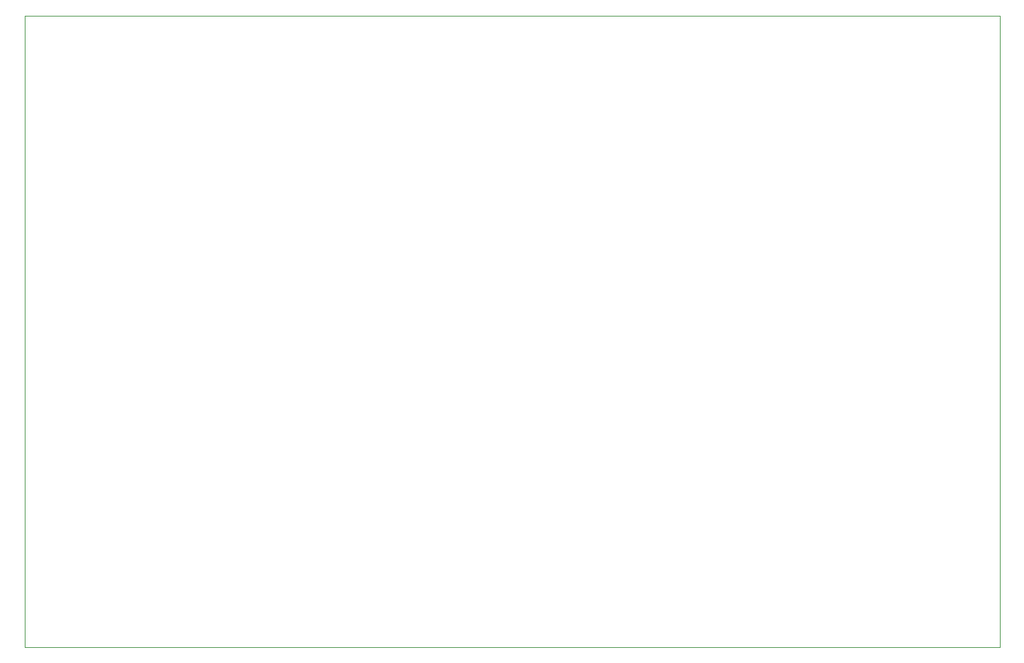
<source format=gbr>
G04*
G04 #@! TF.GenerationSoftware,Altium Limited,Altium Designer,24.1.2 (44)*
G04*
G04 Layer_Color=0*
%FSLAX25Y25*%
%MOIN*%
G70*
G04*
G04 #@! TF.SameCoordinates,E3FF4B23-F407-445B-9987-FD0FFFC61A21*
G04*
G04*
G04 #@! TF.FilePolarity,Positive*
G04*
G01*
G75*
%ADD65C,0.00100*%
D65*
X166000Y234000D02*
Y540000D01*
X638000D01*
Y234000D01*
X166000D01*
M02*

</source>
